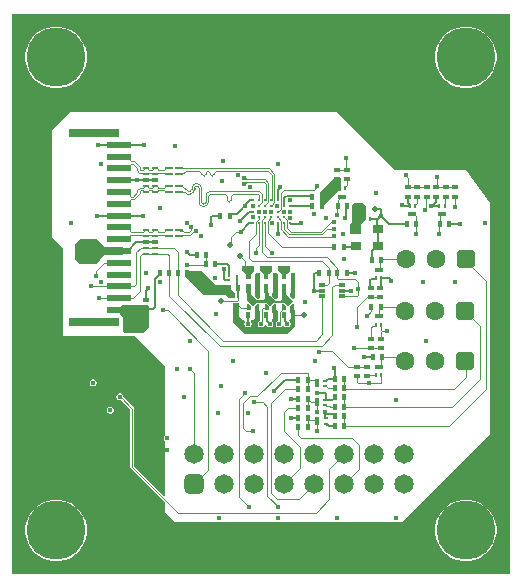
<source format=gtl>
G04*
G04 #@! TF.GenerationSoftware,Altium Limited,Altium Designer,24.2.2 (26)*
G04*
G04 Layer_Physical_Order=1*
G04 Layer_Color=255*
%FSLAX44Y44*%
%MOMM*%
G71*
G04*
G04 #@! TF.SameCoordinates,6EDC250C-81D3-48BC-95F6-F0A130F5604E*
G04*
G04*
G04 #@! TF.FilePolarity,Positive*
G04*
G01*
G75*
%ADD10C,0.1000*%
%ADD12C,0.2000*%
%ADD17C,0.2000*%
%ADD18R,0.9000X0.8000*%
%ADD19R,0.5000X0.2500*%
%ADD20R,0.5000X0.4500*%
%ADD21R,0.7500X0.2500*%
%ADD22R,2.0000X0.6000*%
%ADD23R,4.2000X0.7000*%
%ADD24R,0.3800X0.4800*%
%ADD25R,0.4800X0.3800*%
%ADD26R,0.5000X0.3750*%
%ADD49C,0.1168*%
%ADD50C,0.5000*%
G04:AMPARAMS|DCode=51|XSize=0.25mm|YSize=0.4mm|CornerRadius=0.0625mm|HoleSize=0mm|Usage=FLASHONLY|Rotation=180.000|XOffset=0mm|YOffset=0mm|HoleType=Round|Shape=RoundedRectangle|*
%AMROUNDEDRECTD51*
21,1,0.2500,0.2750,0,0,180.0*
21,1,0.1250,0.4000,0,0,180.0*
1,1,0.1250,-0.0625,0.1375*
1,1,0.1250,0.0625,0.1375*
1,1,0.1250,0.0625,-0.1375*
1,1,0.1250,-0.0625,-0.1375*
%
%ADD51ROUNDEDRECTD51*%
G04:AMPARAMS|DCode=52|XSize=0.4mm|YSize=0.7mm|CornerRadius=0.1mm|HoleSize=0mm|Usage=FLASHONLY|Rotation=90.000|XOffset=0mm|YOffset=0mm|HoleType=Round|Shape=RoundedRectangle|*
%AMROUNDEDRECTD52*
21,1,0.4000,0.5000,0,0,90.0*
21,1,0.2000,0.7000,0,0,90.0*
1,1,0.2000,0.2500,0.1000*
1,1,0.2000,0.2500,-0.1000*
1,1,0.2000,-0.2500,-0.1000*
1,1,0.2000,-0.2500,0.1000*
%
%ADD52ROUNDEDRECTD52*%
G04:AMPARAMS|DCode=53|XSize=0.4mm|YSize=0.7mm|CornerRadius=0.1mm|HoleSize=0mm|Usage=FLASHONLY|Rotation=180.000|XOffset=0mm|YOffset=0mm|HoleType=Round|Shape=RoundedRectangle|*
%AMROUNDEDRECTD53*
21,1,0.4000,0.5000,0,0,180.0*
21,1,0.2000,0.7000,0,0,180.0*
1,1,0.2000,-0.1000,0.2500*
1,1,0.2000,0.1000,0.2500*
1,1,0.2000,0.1000,-0.2500*
1,1,0.2000,-0.1000,-0.2500*
%
%ADD53ROUNDEDRECTD53*%
G04:AMPARAMS|DCode=54|XSize=0.25mm|YSize=0.4mm|CornerRadius=0.0625mm|HoleSize=0mm|Usage=FLASHONLY|Rotation=270.000|XOffset=0mm|YOffset=0mm|HoleType=Round|Shape=RoundedRectangle|*
%AMROUNDEDRECTD54*
21,1,0.2500,0.2750,0,0,270.0*
21,1,0.1250,0.4000,0,0,270.0*
1,1,0.1250,-0.1375,-0.0625*
1,1,0.1250,-0.1375,0.0625*
1,1,0.1250,0.1375,0.0625*
1,1,0.1250,0.1375,-0.0625*
%
%ADD54ROUNDEDRECTD54*%
%AMCUSTOMSHAPE55*
4,1,5,0.1550,0.1400,-0.1550,0.1400,-0.1550,-0.1349,0.0301,-0.3200,0.1550,-0.3200,0.1550,0.1400,0.0*%
%ADD55CUSTOMSHAPE55*%

%AMCUSTOMSHAPE56*
4,1,5,0.1550,-0.1400,-0.1550,-0.1400,-0.1550,0.1349,0.0301,0.3200,0.1550,0.3200,0.1550,-0.1400,0.0*%
%ADD56CUSTOMSHAPE56*%

%AMCUSTOMSHAPE57*
4,1,5,-0.1550,0.1400,0.1550,0.1400,0.1550,-0.1349,-0.0301,-0.3200,-0.1550,-0.3200,-0.1550,0.1400,0.0*%
%ADD57CUSTOMSHAPE57*%

%AMCUSTOMSHAPE58*
4,1,5,-0.1550,-0.1400,0.1550,-0.1400,0.1550,0.1349,-0.0301,0.3200,-0.1550,0.3200,-0.1550,-0.1400,0.0*%
%ADD58CUSTOMSHAPE58*%

%ADD59P,0.8202X4X360.0*%
%ADD60R,0.1500X0.2500*%
%ADD61R,0.2500X0.1500*%
%ADD62R,0.2500X0.5000*%
%ADD63R,0.2700X0.3000*%
%ADD64C,0.1500*%
G04:AMPARAMS|DCode=65|XSize=1.6mm|YSize=1.6mm|CornerRadius=0.4mm|HoleSize=0mm|Usage=FLASHONLY|Rotation=180.000|XOffset=0mm|YOffset=0mm|HoleType=Round|Shape=RoundedRectangle|*
%AMROUNDEDRECTD65*
21,1,1.6000,0.8000,0,0,180.0*
21,1,0.8000,1.6000,0,0,180.0*
1,1,0.8000,-0.4000,0.4000*
1,1,0.8000,0.4000,0.4000*
1,1,0.8000,0.4000,-0.4000*
1,1,0.8000,-0.4000,-0.4000*
%
%ADD65ROUNDEDRECTD65*%
%ADD66C,1.6000*%
%ADD67C,1.6500*%
G04:AMPARAMS|DCode=68|XSize=1.65mm|YSize=1.65mm|CornerRadius=0.4125mm|HoleSize=0mm|Usage=FLASHONLY|Rotation=180.000|XOffset=0mm|YOffset=0mm|HoleType=Round|Shape=RoundedRectangle|*
%AMROUNDEDRECTD68*
21,1,1.6500,0.8250,0,0,180.0*
21,1,0.8250,1.6500,0,0,180.0*
1,1,0.8250,-0.4125,0.4125*
1,1,0.8250,0.4125,0.4125*
1,1,0.8250,0.4125,-0.4125*
1,1,0.8250,-0.4125,-0.4125*
%
%ADD68ROUNDEDRECTD68*%
%ADD69C,5.0000*%
%ADD70C,0.4000*%
G36*
X423941Y215933D02*
Y3059D01*
X3059D01*
X3059Y288000D01*
Y477441D01*
X423941D01*
Y215933D01*
D02*
G37*
%LPC*%
G36*
X389561Y466500D02*
X384439D01*
X379416Y465501D01*
X374684Y463541D01*
X370426Y460695D01*
X366805Y457074D01*
X363959Y452816D01*
X361999Y448084D01*
X361000Y443061D01*
Y437939D01*
X361999Y432916D01*
X363959Y428184D01*
X366805Y423926D01*
X370426Y420304D01*
X374684Y417459D01*
X379416Y415499D01*
X384439Y414500D01*
X389561D01*
X394584Y415499D01*
X399316Y417459D01*
X403574Y420304D01*
X407196Y423926D01*
X410041Y428184D01*
X412001Y432916D01*
X413000Y437939D01*
Y443061D01*
X412001Y448084D01*
X410041Y452816D01*
X407196Y457074D01*
X403574Y460695D01*
X399316Y463541D01*
X394584Y465501D01*
X389561Y466500D01*
D02*
G37*
G36*
X42561D02*
X37439D01*
X32416Y465501D01*
X27684Y463541D01*
X23426Y460695D01*
X19805Y457074D01*
X16959Y452816D01*
X14999Y448084D01*
X14000Y443061D01*
Y437939D01*
X14999Y432916D01*
X16959Y428184D01*
X19805Y423926D01*
X23426Y420304D01*
X27684Y417459D01*
X32416Y415499D01*
X37439Y414500D01*
X42561D01*
X47584Y415499D01*
X52316Y417459D01*
X56574Y420304D01*
X60195Y423926D01*
X63041Y428184D01*
X65001Y432916D01*
X66000Y437939D01*
Y443061D01*
X65001Y448084D01*
X63041Y452816D01*
X60195Y457074D01*
X56574Y460695D01*
X52316Y463541D01*
X47584Y465501D01*
X42561Y466500D01*
D02*
G37*
G36*
X72097Y168000D02*
X70903D01*
X69801Y167543D01*
X68957Y166699D01*
X68500Y165597D01*
Y164403D01*
X68957Y163301D01*
X69801Y162457D01*
X70903Y162000D01*
X72097D01*
X73199Y162457D01*
X74043Y163301D01*
X74500Y164403D01*
Y165597D01*
X74043Y166699D01*
X73199Y167543D01*
X72097Y168000D01*
D02*
G37*
G36*
X86597Y144500D02*
X85403D01*
X84301Y144043D01*
X83457Y143199D01*
X83000Y142097D01*
Y140903D01*
X83457Y139801D01*
X84301Y138957D01*
X85403Y138500D01*
X86597D01*
X87699Y138957D01*
X88543Y139801D01*
X89000Y140903D01*
Y142097D01*
X88543Y143199D01*
X87699Y144043D01*
X86597Y144500D01*
D02*
G37*
G36*
X277500Y394000D02*
X51500D01*
X36500Y379000D01*
Y288000D01*
X45500Y279000D01*
Y204500D01*
X106454D01*
X132500Y178454D01*
Y120626D01*
X132301Y120543D01*
X131457Y119699D01*
X131000Y118597D01*
Y117403D01*
X131457Y116301D01*
X132301Y115457D01*
X132500Y115374D01*
Y68296D01*
X106124Y94672D01*
Y143000D01*
X105648Y144148D01*
X96782Y153014D01*
Y153709D01*
X96325Y154811D01*
X95482Y155655D01*
X94379Y156112D01*
X93185D01*
X92083Y155655D01*
X91239Y154811D01*
X90782Y153709D01*
Y152515D01*
X91239Y151413D01*
X92083Y150569D01*
X93185Y150112D01*
X94379D01*
X94883Y150321D01*
X102876Y142327D01*
Y94000D01*
X103352Y92852D01*
X132500Y63704D01*
Y55000D01*
X140700Y46800D01*
X332800D01*
X407500Y121500D01*
Y215933D01*
Y317200D01*
X386867Y345000D01*
X326500D01*
X277500Y394000D01*
D02*
G37*
G36*
X389561Y66000D02*
X384439D01*
X379416Y65001D01*
X374684Y63041D01*
X370426Y60195D01*
X366805Y56574D01*
X363959Y52316D01*
X361999Y47584D01*
X361000Y42561D01*
Y37439D01*
X361999Y32416D01*
X363959Y27684D01*
X366805Y23426D01*
X370426Y19805D01*
X374684Y16959D01*
X379416Y14999D01*
X384439Y14000D01*
X389561D01*
X394584Y14999D01*
X399316Y16959D01*
X403574Y19805D01*
X407196Y23426D01*
X410041Y27684D01*
X412001Y32416D01*
X413000Y37439D01*
Y42561D01*
X412001Y47584D01*
X410041Y52316D01*
X407196Y56574D01*
X403574Y60195D01*
X399316Y63041D01*
X394584Y65001D01*
X389561Y66000D01*
D02*
G37*
G36*
X42561D02*
X37439D01*
X32416Y65001D01*
X27684Y63041D01*
X23426Y60195D01*
X19805Y56574D01*
X16959Y52316D01*
X14999Y47584D01*
X14000Y42561D01*
Y37439D01*
X14999Y32416D01*
X16959Y27684D01*
X19805Y23426D01*
X23426Y19805D01*
X27684Y16959D01*
X32416Y14999D01*
X37439Y14000D01*
X42561D01*
X47584Y14999D01*
X52316Y16959D01*
X56574Y19805D01*
X60195Y23426D01*
X63041Y27684D01*
X65001Y32416D01*
X66000Y37439D01*
Y42561D01*
X65001Y47584D01*
X63041Y52316D01*
X60195Y56574D01*
X56574Y60195D01*
X52316Y63041D01*
X47584Y65001D01*
X42561Y66000D01*
D02*
G37*
%LPD*%
G36*
X281000Y338325D02*
X281000Y327946D01*
X280566Y327512D01*
X279012D01*
X266850Y315350D01*
Y312100D01*
X263050D01*
Y326628D01*
X275872Y339450D01*
X279875D01*
X281000Y338325D01*
D02*
G37*
G36*
X302000Y313875D02*
Y302500D01*
X298500Y299000D01*
Y291500D01*
X298000Y291000D01*
X289000D01*
Y299500D01*
X290500Y301000D01*
Y315500D01*
X292000Y317000D01*
X299500D01*
X302000Y313875D01*
D02*
G37*
G36*
X81000Y279500D02*
X97000D01*
Y273500D01*
X81000Y273500D01*
X75000Y265500D01*
X60000D01*
X56000Y269500D01*
Y282500D01*
X60000Y286500D01*
X75000D01*
X81000Y279500D01*
D02*
G37*
G36*
X222664Y259948D02*
X220168Y257452D01*
X219718D01*
Y252652D01*
X215992D01*
X215918Y252726D01*
Y257452D01*
X215464Y257452D01*
X212664Y260253D01*
Y264140D01*
X222664D01*
Y259948D01*
D02*
G37*
G36*
X237646Y259896D02*
X235150Y257400D01*
X234700D01*
Y252600D01*
X230974D01*
X230900Y252674D01*
Y257400D01*
X230446Y257400D01*
X227646Y260200D01*
Y264088D01*
X237646D01*
Y259896D01*
D02*
G37*
G36*
X207632Y259881D02*
X205136Y257385D01*
X204686D01*
Y252585D01*
X200960D01*
X200886Y252659D01*
Y257385D01*
X200432Y257385D01*
X197632Y260185D01*
Y264072D01*
X207632D01*
Y259881D01*
D02*
G37*
G36*
X175000Y248000D02*
X188000D01*
Y244000D01*
X191595Y240405D01*
Y236500D01*
X186000D01*
X183500Y239000D01*
X165000D01*
X149000Y255000D01*
X149000Y260000D01*
X163000D01*
X175000Y248000D01*
D02*
G37*
G36*
X242600Y257400D02*
Y237655D01*
X241238Y236293D01*
X240051D01*
X238232Y238112D01*
Y240893D01*
X238221Y240903D01*
X238800Y241482D01*
X238800Y257400D01*
X242600Y257400D01*
D02*
G37*
G36*
X227600D02*
Y237655D01*
X226238Y236293D01*
X225051D01*
X223232Y238112D01*
Y240893D01*
X223221Y240903D01*
X223800Y241482D01*
X223800Y257400D01*
X227600Y257400D01*
D02*
G37*
G36*
X212600Y257400D02*
Y237655D01*
X211238Y236293D01*
X210051D01*
X208232Y238112D01*
Y240893D01*
X208221Y240903D01*
X208800Y241482D01*
X208800Y257400D01*
X212600Y257400D01*
D02*
G37*
G36*
X234789Y239792D02*
X240585Y233996D01*
X239685Y233096D01*
X236798Y230270D01*
X236493Y229905D01*
X233613Y232785D01*
X232959D01*
X232949Y232789D01*
X231700D01*
X231690Y232785D01*
X226310D01*
X226300Y232789D01*
X226039D01*
X225056Y232813D01*
X225043Y232808D01*
X225030Y232813D01*
X224963Y232785D01*
X224369D01*
X221494Y229910D01*
X218619Y232785D01*
X217959D01*
X217949Y232789D01*
X216700D01*
X216690Y232785D01*
X211310D01*
X211300Y232789D01*
X210051D01*
X210041Y232785D01*
X209376D01*
X206495Y229904D01*
X201700Y234699D01*
Y240893D01*
X200900Y241693D01*
X200900Y248400D01*
X204803D01*
Y239798D01*
X209597Y235005D01*
X215516D01*
X216700Y236189D01*
Y240928D01*
X215906Y241722D01*
Y248395D01*
X219806D01*
Y239806D01*
X221543Y238070D01*
X221582D01*
Y238031D01*
X225063Y234550D01*
X229957D01*
X231700Y236293D01*
Y242881D01*
X230900Y243681D01*
Y248400D01*
X234789D01*
Y239792D01*
D02*
G37*
G36*
X118500Y229500D02*
Y212000D01*
X114000Y207500D01*
X98000D01*
X96500Y209000D01*
Y220500D01*
X94500Y223500D01*
Y229500D01*
X97000Y230500D01*
X117500D01*
X118500Y229500D01*
D02*
G37*
G36*
X195256Y220807D02*
X198052Y218011D01*
X199472D01*
X199998Y216740D01*
X199957Y216699D01*
X199500Y215597D01*
Y214403D01*
X199957Y213301D01*
X200801Y212457D01*
X201903Y212000D01*
X203097D01*
X204199Y212457D01*
X205043Y213301D01*
X205500Y214403D01*
Y215597D01*
X205043Y216699D01*
X205002Y216740D01*
X205445Y218011D01*
X207230D01*
X208800Y219580D01*
Y226508D01*
X208200Y227108D01*
Y229866D01*
X210030Y231696D01*
X211300Y231666D01*
Y227118D01*
X212476Y225941D01*
Y217682D01*
X212142Y217543D01*
X211298Y216699D01*
X210842Y215597D01*
Y214403D01*
X211298Y213301D01*
X212142Y212457D01*
X213245Y212000D01*
X214438D01*
X215541Y212457D01*
X216385Y213301D01*
X216786Y214269D01*
X217421Y214339D01*
X218056Y214269D01*
X218457Y213301D01*
X219301Y212457D01*
X220403Y212000D01*
X221597D01*
X222699Y212457D01*
X223543Y213301D01*
X224000Y214403D01*
Y215597D01*
X223543Y216699D01*
X223211Y217032D01*
X222753Y217668D01*
X223200Y218703D01*
X223800Y219303D01*
Y224411D01*
X223200Y225011D01*
X223200Y229901D01*
X225030Y231731D01*
X226300Y231701D01*
Y227152D01*
X227579Y225873D01*
Y219611D01*
X227777Y219414D01*
Y217740D01*
X227301Y217543D01*
X226457Y216699D01*
X226000Y215597D01*
Y214403D01*
X226457Y213301D01*
X227301Y212457D01*
X228403Y212000D01*
X229597D01*
X230699Y212457D01*
X231543Y213301D01*
X231563Y213347D01*
X232937D01*
X232957Y213301D01*
X233801Y212457D01*
X234903Y212000D01*
X236097D01*
X237199Y212457D01*
X238043Y213301D01*
X238500Y214403D01*
Y215597D01*
X238043Y216699D01*
X237774Y216968D01*
X237341Y217788D01*
X237808Y218594D01*
X238824Y219611D01*
X238814Y219621D01*
Y224391D01*
X238200Y225007D01*
Y229866D01*
X240030Y231696D01*
X241300Y231666D01*
Y227118D01*
X242600Y225818D01*
Y213216D01*
X235940Y206557D01*
X200277Y206557D01*
X190190Y216644D01*
Y232507D01*
X195256D01*
Y220807D01*
D02*
G37*
D10*
X235400Y296138D02*
X238538Y293000D01*
X227600Y309700D02*
X230400Y312500D01*
Y325866D01*
X227600Y309700D02*
X227854D01*
X230400Y325866D02*
X233034Y328500D01*
X227854Y309700D02*
X228007Y309547D01*
X235400Y296138D02*
Y302400D01*
X232900Y304900D02*
X235400Y302400D01*
X187765Y282265D02*
Y288265D01*
X192039Y292539D02*
X196340D01*
X187765Y288265D02*
X192039Y292539D01*
X187000Y281500D02*
X187765Y282265D01*
X156448Y173552D02*
Y173552D01*
X156882Y104518D02*
Y173118D01*
X153500Y176500D02*
X156448Y173552D01*
Y173552D02*
X156882Y173118D01*
X259987Y55000D02*
X271387Y66400D01*
X143500Y55000D02*
X259987D01*
X104500Y94000D02*
X143500Y55000D01*
X195000Y68000D02*
X203500Y59500D01*
X195000Y68000D02*
Y150975D01*
X219000Y68942D02*
X228378Y59565D01*
Y59565D02*
Y59565D01*
X219000Y68942D02*
Y144500D01*
X222000Y71500D02*
X227100Y66400D01*
X245800D01*
X258500Y79100D01*
X222000Y147500D02*
X234100Y159600D01*
X222000Y71500D02*
Y147500D01*
X246500Y92500D02*
Y110500D01*
X233100Y79100D02*
X246500Y92500D01*
X233000Y124000D02*
Y140500D01*
Y124000D02*
X246500Y110500D01*
X271387Y66400D02*
Y91987D01*
X283900Y104500D01*
Y79100D02*
X296500Y91700D01*
X290606Y118500D02*
X296500Y112606D01*
Y91700D02*
Y112606D01*
X247150Y118500D02*
X290606D01*
X134500Y226500D02*
X169000Y192000D01*
Y91200D02*
Y192000D01*
X156900Y79100D02*
X169000Y91200D01*
X352000Y311500D02*
Y312300D01*
X353286Y313586D01*
Y321886D01*
X354000Y322600D01*
X209500Y275000D02*
Y279383D01*
Y274500D02*
Y275000D01*
X219499Y291687D02*
Y299063D01*
X219500Y299065D02*
Y301136D01*
X219499Y301137D02*
X219500Y301136D01*
X219499Y291687D02*
X231186Y280000D01*
X219499Y302099D02*
X222300Y304900D01*
X219499Y301137D02*
Y302099D01*
Y299063D02*
X219500Y299065D01*
X199500Y262000D02*
X200000Y262500D01*
Y268000D01*
X195500Y272500D02*
X200000Y268000D01*
X229400Y214900D02*
Y225021D01*
X229000Y214500D02*
X229400Y214900D01*
X213841Y215031D02*
X214100Y215289D01*
Y227600D01*
X215007Y228507D01*
X218250D01*
X260000Y200500D02*
X265500Y206000D01*
X143050Y238950D02*
X181500Y200500D01*
X260000D01*
X229400Y225021D02*
X232886Y228507D01*
X233250D01*
X81000Y266500D02*
X93500D01*
X74000Y259500D02*
X81000Y266500D01*
X207500Y148500D02*
X215000D01*
X219000Y144500D01*
X252900Y167600D02*
Y172914D01*
X252314Y173500D02*
X252900Y172914D01*
X230500Y173500D02*
X252314D01*
X210500Y153500D02*
X227500Y170500D01*
Y170500D02*
X230500Y173500D01*
X198500Y147500D02*
X204500Y153500D01*
X210500D01*
X195000Y150975D02*
X199908Y155883D01*
X198500Y126500D02*
X200500Y124500D01*
X198500Y126500D02*
Y147500D01*
X200500Y124500D02*
X206500D01*
X234100Y159600D02*
X245000D01*
X233000Y140500D02*
X236000Y143500D01*
X262500Y191000D02*
X263000Y191500D01*
X274000D01*
X287050Y178450D01*
X274000Y205000D02*
Y246000D01*
X178500Y196000D02*
X265000D01*
X274000Y205000D01*
X261000Y124500D02*
X261100Y124600D01*
Y132400D02*
X261200Y132500D01*
X261100Y124600D02*
Y132400D01*
X294500Y212000D02*
Y229242D01*
X302858Y237600D01*
X287050Y178450D02*
X295000D01*
X303000D01*
X180000Y234500D02*
X193589D01*
X194175Y235086D01*
Y237470D01*
X194425Y237720D01*
X143050Y238950D02*
Y257500D01*
X135900Y238600D02*
Y257500D01*
Y238600D02*
X178500Y196000D01*
X130500Y226500D02*
X134500D01*
X292000Y194500D02*
X315000D01*
X295000Y165379D02*
X295879Y164500D01*
X305000D01*
X315250Y165086D02*
Y171250D01*
X314664Y164500D02*
X315250Y165086D01*
X305000Y164500D02*
X314664D01*
X283900Y160500D02*
Y168500D01*
X285062Y159339D02*
X376839D01*
X283900Y160500D02*
X285062Y159339D01*
X376839D02*
X387000Y169500D01*
X259079Y167600D02*
X260950Y165730D01*
X252900Y167600D02*
X259079D01*
X94000Y153500D02*
X104500Y143000D01*
Y94000D02*
Y143000D01*
X362000Y330450D02*
X378000D01*
X285500Y346200D02*
Y355000D01*
Y346200D02*
X286250Y345450D01*
X270900Y249400D02*
Y258000D01*
X269500Y248000D02*
X270900Y249400D01*
X265500Y206000D02*
Y238000D01*
X344379Y300071D02*
X345000Y299450D01*
Y291000D02*
Y299450D01*
X236633Y288696D02*
X275196D01*
X275500Y289000D01*
X269500Y295000D02*
X275500D01*
X264500Y293000D02*
X272500Y301000D01*
X238538Y293000D02*
X264500D01*
X272500Y301000D02*
X275500D01*
X265267Y290767D02*
X269500Y295000D01*
X237391Y290767D02*
X265267D01*
X269000Y271500D02*
X278050Y262450D01*
X214500Y275322D02*
X218322Y271500D01*
X269000D01*
X206000Y268000D02*
X265000D01*
X203000Y271000D02*
Y284916D01*
Y271000D02*
X206000Y268000D01*
X203000Y284916D02*
X208900Y290816D01*
X265000Y268000D02*
X270900Y262100D01*
X364500Y290500D02*
Y298950D01*
X365050Y299500D01*
X361000Y225500D02*
Y229559D01*
X296000Y244000D02*
Y250000D01*
X293000Y253000D02*
X296000Y250000D01*
Y239000D02*
Y244000D01*
X258000Y328500D02*
X261200Y331700D01*
X233034Y328500D02*
X258000D01*
X234823Y323323D02*
X235177D01*
X278000Y307000D02*
Y314200D01*
X278300Y314500D01*
X193925Y231220D02*
X196638Y228507D01*
X192675Y231220D02*
X193925D01*
X211700Y281583D02*
Y300100D01*
X209500Y279383D02*
X211700Y281583D01*
X208900Y290816D02*
Y300835D01*
X214500Y275322D02*
Y302400D01*
X217000Y281000D02*
X223000Y275000D01*
X278050Y258000D02*
Y262450D01*
X270900Y258000D02*
Y262100D01*
X278050Y253950D02*
Y258000D01*
X231186Y280000D02*
X275546D01*
X233091Y295066D02*
Y299909D01*
X230400Y294929D02*
X236633Y288696D01*
X233091Y295066D02*
X237391Y290767D01*
X230400Y294929D02*
Y302100D01*
X214500Y302400D02*
X217000Y304900D01*
X302858Y237600D02*
X306233D01*
X306233Y237600D01*
X232900Y300100D02*
X233091Y299909D01*
X217000Y281000D02*
Y300100D01*
X196638Y228507D02*
X203250D01*
X240700Y222000D02*
X249750D01*
X227600Y304900D02*
X230400Y302100D01*
X208900Y300835D02*
X211509Y303444D01*
X295000Y238000D02*
X296000Y239000D01*
X282500Y238000D02*
X295000D01*
X245000Y120650D02*
X247150Y118500D01*
X260975Y140525D02*
Y148225D01*
Y140525D02*
X261000Y140500D01*
X260950Y148250D02*
X260975Y148225D01*
X245000Y120650D02*
Y127500D01*
X236000Y143500D02*
X245000D01*
X252900Y133600D02*
X254300D01*
X260950Y164500D02*
Y165730D01*
X252900Y159600D02*
Y167600D01*
X252900Y143500D02*
Y151000D01*
X255650Y148250D01*
X260950D01*
X252900Y151000D02*
Y151500D01*
X260100Y133600D02*
X261200Y132500D01*
X254300Y133600D02*
X260100D01*
X252900Y127500D02*
Y133600D01*
Y135000D02*
X254300Y133600D01*
X252900Y135000D02*
Y135500D01*
X316129Y208669D02*
X320088D01*
X373000Y128500D02*
X404000Y159500D01*
X283950Y128500D02*
X373000D01*
X283900Y144500D02*
X375500D01*
X399000Y168000D01*
X378000Y313500D02*
Y322550D01*
X378000Y322550D02*
X378000Y322550D01*
X307050Y225550D02*
Y229500D01*
X303000Y221500D02*
X307050Y225550D01*
X295000Y165379D02*
Y170550D01*
X303700Y171250D02*
X310750D01*
X303000Y170550D02*
X303700Y171250D01*
X315415Y185965D02*
X315950Y186500D01*
X315415Y179712D02*
Y185965D01*
X313000Y178250D02*
X313953D01*
X315415Y179712D01*
X332730Y186370D02*
X335600Y183500D01*
X327514Y186500D02*
X327644Y186370D01*
X315950Y186500D02*
X327514D01*
X327644Y186370D02*
X332730D01*
X404000Y159500D02*
Y251500D01*
X384832Y270669D02*
X404000Y251500D01*
X387000Y169500D02*
Y182900D01*
X315000Y207540D02*
X316129Y208669D01*
X315000Y202400D02*
Y207540D01*
X314950Y229500D02*
X327541D01*
X314950Y229000D02*
Y229500D01*
X313000Y221250D02*
Y227050D01*
X314950Y229000D01*
X310750Y214151D02*
Y214250D01*
X308586Y213411D02*
X310009D01*
X307000Y211825D02*
X308586Y213411D01*
X310009D02*
X310750Y214151D01*
X307000Y202400D02*
Y211825D01*
X315250Y209548D02*
Y214250D01*
Y209548D02*
X316129Y208669D01*
X331541Y225500D02*
X335600D01*
X327541Y229500D02*
X331541Y225500D01*
X313000Y260250D02*
X314000Y261250D01*
Y268550D01*
X314950Y269500D02*
X336000D01*
X314000Y268550D02*
X314950Y269500D01*
X386400Y183500D02*
X387000Y182900D01*
X399000Y168000D02*
Y212900D01*
X283900Y128550D02*
Y136500D01*
Y128550D02*
X283950Y128500D01*
X268466Y145484D02*
X271450D01*
X272434Y144500D02*
X276000D01*
X267950Y146000D02*
X268466Y145484D01*
X271450D02*
X272434Y144500D01*
X283900Y144500D02*
X283900Y144500D01*
X283900Y144500D02*
Y152500D01*
X386400Y225500D02*
X399000Y212900D01*
X362000Y330450D02*
X362228Y330678D01*
X362000Y330450D02*
X362000Y330450D01*
X362228Y330678D02*
Y338925D01*
X338000Y330450D02*
X353950D01*
X336228Y340113D02*
X338000Y338340D01*
Y330450D02*
Y338340D01*
X336228Y340113D02*
Y340925D01*
X76000Y236500D02*
X93500D01*
X70000Y246500D02*
X93500D01*
X93500Y246500D01*
X106000D01*
X74000Y255500D02*
Y259500D01*
X136000Y257500D02*
Y272500D01*
X143050Y257500D02*
Y275450D01*
X166950Y265600D02*
Y273500D01*
Y265600D02*
X167050Y265500D01*
X151000Y264500D02*
X166050D01*
X167050Y265500D01*
X306233Y237600D02*
X314233D01*
X366512Y307500D02*
X366750D01*
X365050Y299500D02*
Y306038D01*
X366512Y307500D01*
X315000Y194500D02*
X315000Y194500D01*
X268768Y162250D02*
X270518Y160500D01*
X276000D01*
X267950Y162250D02*
X268768D01*
X303000Y178450D02*
X303000Y178450D01*
X344379Y300071D02*
Y306038D01*
X341750Y307500D02*
X342917D01*
X344379Y306038D01*
X369000Y321550D02*
X370000Y322550D01*
X369000Y314500D02*
Y321550D01*
X353950Y330450D02*
X354000Y330500D01*
X346000Y317318D02*
Y322550D01*
X344000Y314500D02*
Y315317D01*
X346000Y317318D01*
X278250Y345450D02*
X286250D01*
X139500Y279000D02*
X143050Y275450D01*
X124000Y279000D02*
X139500D01*
X279000Y253000D02*
X293000D01*
X274000Y246000D02*
X276000Y248000D01*
X124000Y274000D02*
X134500D01*
X136000Y272500D01*
X116000Y279000D02*
X124000D01*
X276000Y248000D02*
X282500D01*
X278050Y253950D02*
X279000Y253000D01*
X265500Y248000D02*
X269314D01*
X293000Y280000D02*
X293750Y280750D01*
X278300Y314500D02*
Y320029D01*
X280771Y322500D01*
X282000D01*
X284250Y330318D02*
X286250Y332318D01*
Y337550D01*
X284250Y329500D02*
Y330318D01*
X211509Y303444D02*
Y304709D01*
X116000Y274000D02*
X124000D01*
X93500Y236500D02*
X105000D01*
X111000Y242500D02*
Y272500D01*
X105000Y236500D02*
X111000Y242500D01*
X108000Y248500D02*
Y275500D01*
X106000Y246500D02*
X108000Y248500D01*
X112500Y274000D02*
X116000D01*
X111000Y272500D02*
X112500Y274000D01*
X108000Y275500D02*
X111500Y279000D01*
X116000D01*
X211509Y304709D02*
X211700Y304900D01*
D12*
X238200Y300100D02*
X238683Y299617D01*
X247117D01*
X247500Y300000D01*
X192993Y307696D02*
X204597Y319300D01*
X187850Y307696D02*
X192993D01*
X186950Y306500D02*
Y306796D01*
X187850Y307696D01*
X204597Y319300D02*
X206400D01*
X195500Y301500D02*
X203700Y309700D01*
X206400D01*
X238200Y314500D02*
X257050D01*
X218700Y217341D02*
Y220600D01*
X221000Y214500D02*
Y215041D01*
X218700Y217341D02*
X221000Y215041D01*
X232800Y221500D02*
X233700Y220600D01*
Y217341D02*
Y220600D01*
X235500Y215000D02*
Y215541D01*
X232800Y221500D02*
Y222000D01*
X233700Y217341D02*
X235500Y215541D01*
X217800Y221500D02*
Y222000D01*
Y221500D02*
X218700Y220600D01*
X202650Y215150D02*
Y221592D01*
X202929Y221871D01*
X202500Y215000D02*
X202650Y215150D01*
X196340Y292539D02*
Y292996D01*
X203444Y300100D01*
X206400D01*
X257050Y314500D02*
X257050Y314500D01*
D17*
X206400Y319300D02*
D03*
X211700D02*
D03*
X217000D02*
D03*
X222300D02*
D03*
X227600D02*
D03*
X238200D02*
D03*
X206400Y314500D02*
D03*
X211700D02*
D03*
X217000D02*
D03*
X222300D02*
D03*
X227600D02*
D03*
X232900D02*
D03*
X238200D02*
D03*
X206400Y309700D02*
D03*
X211700D02*
D03*
X217000D02*
D03*
X222300D02*
D03*
X227600D02*
D03*
X232900D02*
D03*
X238200D02*
D03*
X206400Y304900D02*
D03*
X211700D02*
D03*
X217000D02*
D03*
X222300D02*
D03*
X227600D02*
D03*
X232900D02*
D03*
X238200D02*
D03*
X206400Y300100D02*
D03*
X211700D02*
D03*
X217000D02*
D03*
X222300D02*
D03*
X227600D02*
D03*
X232900D02*
D03*
X238200D02*
D03*
D18*
X312250Y295250D02*
D03*
X293750D02*
D03*
Y280750D02*
D03*
X312250D02*
D03*
D19*
X192675Y231220D02*
D03*
X124000Y294000D02*
D03*
X124000Y289000D02*
D03*
Y279000D02*
D03*
X124000Y274000D02*
D03*
X116000D02*
D03*
Y279000D02*
D03*
Y289000D02*
D03*
Y294000D02*
D03*
X124000Y346500D02*
D03*
X124000Y341500D02*
D03*
Y331500D02*
D03*
X124000Y326500D02*
D03*
X116000D02*
D03*
Y331500D02*
D03*
Y341500D02*
D03*
Y346500D02*
D03*
D20*
X124000Y284000D02*
D03*
X116000D02*
D03*
X124000Y336500D02*
D03*
X116000D02*
D03*
D21*
X135500Y294000D02*
D03*
Y289000D02*
D03*
X144500Y294000D02*
D03*
Y289000D02*
D03*
X135421Y331521D02*
D03*
Y326521D02*
D03*
X144421Y331521D02*
D03*
Y326521D02*
D03*
X135494Y346482D02*
D03*
Y341482D02*
D03*
X144494Y346482D02*
D03*
Y341482D02*
D03*
D22*
X93500Y226500D02*
D03*
Y236500D02*
D03*
Y246500D02*
D03*
Y256500D02*
D03*
Y266500D02*
D03*
Y276500D02*
D03*
Y286500D02*
D03*
Y296500D02*
D03*
Y306500D02*
D03*
Y316500D02*
D03*
Y326500D02*
D03*
Y336500D02*
D03*
Y346500D02*
D03*
Y356500D02*
D03*
Y366500D02*
D03*
D23*
X72500Y216500D02*
D03*
Y376500D02*
D03*
D24*
X159050Y273500D02*
D03*
X166950D02*
D03*
X278050Y258000D02*
D03*
X285950D02*
D03*
X202800Y222000D02*
D03*
X210700D02*
D03*
X217800D02*
D03*
X225700D02*
D03*
X240700D02*
D03*
X232800D02*
D03*
X202800Y246000D02*
D03*
X210700D02*
D03*
X217800D02*
D03*
X225700D02*
D03*
X240700Y255000D02*
D03*
X232800D02*
D03*
X240700Y246000D02*
D03*
X232800D02*
D03*
X202800Y255000D02*
D03*
X210700D02*
D03*
X217800D02*
D03*
X225700D02*
D03*
X179050Y306500D02*
D03*
X186950D02*
D03*
X315450Y269000D02*
D03*
X307550D02*
D03*
X337050Y299500D02*
D03*
X344950D02*
D03*
X276000Y136500D02*
D03*
X283900D02*
D03*
X283950Y128500D02*
D03*
X276050D02*
D03*
X252900Y135500D02*
D03*
X245000D02*
D03*
X252900Y127500D02*
D03*
X245000D02*
D03*
X252900Y159600D02*
D03*
X245000D02*
D03*
X252900Y143500D02*
D03*
X245000D02*
D03*
X135900Y257500D02*
D03*
X128000D02*
D03*
X143050Y257500D02*
D03*
X150950D02*
D03*
X276000Y168500D02*
D03*
X283900D02*
D03*
X315950Y186500D02*
D03*
X308050D02*
D03*
X283900Y160500D02*
D03*
X276000D02*
D03*
X252900Y167600D02*
D03*
X245000D02*
D03*
X314950Y229500D02*
D03*
X307050D02*
D03*
X365050Y299500D02*
D03*
X372950D02*
D03*
X276000Y152500D02*
D03*
X283900D02*
D03*
X283900Y144500D02*
D03*
X276000D02*
D03*
X252900Y151500D02*
D03*
X245000D02*
D03*
X275546Y280000D02*
D03*
X283446D02*
D03*
X278300Y314500D02*
D03*
X286200D02*
D03*
X270900Y258000D02*
D03*
X263000D02*
D03*
X167050Y265500D02*
D03*
X174950D02*
D03*
X186050Y245500D02*
D03*
X193950D02*
D03*
X264950Y322500D02*
D03*
X257050D02*
D03*
X264950Y314500D02*
D03*
X257050D02*
D03*
D25*
X338000Y330450D02*
D03*
Y322550D02*
D03*
X346000Y322550D02*
D03*
Y330450D02*
D03*
X354000Y322600D02*
D03*
Y330500D02*
D03*
X314609Y245318D02*
D03*
Y237418D02*
D03*
X306233Y237420D02*
D03*
Y245320D02*
D03*
X295000Y170550D02*
D03*
Y178450D02*
D03*
X303000Y178450D02*
D03*
Y170550D02*
D03*
X378000Y330450D02*
D03*
Y322550D02*
D03*
X315000Y202400D02*
D03*
Y194500D02*
D03*
X362000Y322550D02*
D03*
Y330450D02*
D03*
X307000Y194500D02*
D03*
Y202400D02*
D03*
X370000Y330450D02*
D03*
Y322550D02*
D03*
X278250Y337550D02*
D03*
Y345450D02*
D03*
X286250Y345450D02*
D03*
Y337550D02*
D03*
X116000Y235450D02*
D03*
Y227550D02*
D03*
D26*
X265500Y248000D02*
D03*
Y243000D02*
D03*
Y238000D02*
D03*
X282500D02*
D03*
Y243000D02*
D03*
Y248000D02*
D03*
D49*
X190334Y324762D02*
G03*
X188500Y322928I0J-1834D01*
G01*
X186666Y318092D02*
G03*
X188500Y319925I0J1834D01*
G01*
X184832D02*
G03*
X186666Y318092I1834J0D01*
G01*
X184832Y322928D02*
G03*
X182998Y324762I-1834J0D01*
G01*
X170765Y324762D02*
G03*
X168930Y322928I0J-1834D01*
G01*
X160886Y318101D02*
G03*
X168930Y318101I4022J0D01*
G01*
X160886Y329663D02*
G03*
X157219Y329663I-1834J0D01*
G01*
X153197Y324762D02*
G03*
X157219Y328784I0J4022D01*
G01*
X170765Y326950D02*
G03*
X166742Y322928I0J-4022D01*
G01*
X163074Y318101D02*
G03*
X166742Y318101I1834J0D01*
G01*
X163074Y329663D02*
G03*
X155031Y329663I-4022J0D01*
G01*
X153197Y326950D02*
G03*
X155031Y328784I0J1834D01*
G01*
X175924Y344294D02*
G03*
X174090Y342460I0J-1834D01*
G01*
X172256Y339976D02*
G03*
X174090Y341810I0J1834D01*
G01*
X170422D02*
G03*
X172256Y339976I1834J0D01*
G01*
X170422Y342460D02*
G03*
X168588Y344294I-1834J0D01*
G01*
X168588D02*
G03*
X166754Y342460I0J-1834D01*
G01*
X164920Y339976D02*
G03*
X166754Y341810I0J1834D01*
G01*
X163086D02*
G03*
X164920Y339976I1834J0D01*
G01*
X163086Y342460D02*
G03*
X161252Y344294I-1834J0D01*
G01*
X190334Y324762D02*
X196870D01*
X188500Y319925D02*
Y322928D01*
X186666Y318092D02*
X186666D01*
X184832Y319925D02*
Y322928D01*
X178746Y324762D02*
X182998D01*
X178694D02*
X178746D01*
X196870D02*
X211114D01*
X178694Y326950D02*
X212020D01*
X178694Y324762D02*
Y324762D01*
X170765Y324762D02*
X178694D01*
X168930Y318101D02*
Y322928D01*
X160886Y318101D02*
Y329663D01*
X157219Y328784D02*
Y329663D01*
X151518Y324762D02*
X153197D01*
X151518D02*
Y324762D01*
X170765Y326950D02*
X178694D01*
X166742Y318101D02*
Y322928D01*
X163074Y318101D02*
Y329663D01*
X155031Y328784D02*
Y329663D01*
X151518Y326950D02*
X153197D01*
X150585Y324762D02*
X151518D01*
X151491Y326950D02*
X151518D01*
X144618Y326324D02*
X149023D01*
X150585Y324762D01*
X146921Y331521D02*
X151491Y326950D01*
X144421Y326521D02*
X144618Y326324D01*
X144421Y331521D02*
X146921D01*
X214284Y318230D02*
Y324686D01*
X212096Y320284D02*
Y323780D01*
X211114Y324762D02*
X212096Y323780D01*
X212020Y326950D02*
X214284Y324686D01*
X211859Y320047D02*
X212096Y320284D01*
X211700Y319300D02*
X211859Y319459D01*
Y320047D01*
X199852Y338498D02*
X201257Y337093D01*
X201100Y334905D02*
X215844D01*
X199695Y333500D02*
X201100Y334905D01*
X199000Y333500D02*
X199695D01*
X199156Y338498D02*
X199852D01*
X201257Y337093D02*
X216750D01*
X219716Y334127D01*
X175924Y344294D02*
X180071D01*
X174090Y341810D02*
Y342460D01*
X172256Y339976D02*
X172256D01*
X170422Y341810D02*
Y342460D01*
X168588Y344294D02*
X168588D01*
X166754Y341810D02*
Y342460D01*
X164920Y339976D02*
X164920D01*
X163086Y341810D02*
Y342460D01*
X157000Y344294D02*
X161252D01*
X180071D02*
X219023D01*
X170199Y346482D02*
X201279D01*
X219929D01*
X224884Y341527D01*
X144494Y346482D02*
X170199D01*
X158258Y293150D02*
X158340Y293231D01*
X156375Y293150D02*
X158258D01*
X154416Y296330D02*
X154565Y296181D01*
Y294434D02*
Y296181D01*
X217000Y319525D02*
X217528Y320053D01*
Y333221D01*
X217159Y315805D02*
X219716Y318362D01*
Y334127D01*
X217159Y314659D02*
Y315805D01*
X217000Y314500D02*
X217159Y314659D01*
X149806Y344294D02*
X157000D01*
X219023D02*
X222696Y340621D01*
X146994Y341482D02*
X149806Y344294D01*
X153632Y290406D02*
X156375Y293150D01*
X148350Y290406D02*
X153632D01*
X147666Y289722D02*
X148350Y290406D01*
X147666Y289666D02*
Y289722D01*
X144500Y289000D02*
X145166Y289666D01*
X147666D01*
X215844Y334905D02*
X217528Y333221D01*
X217000Y319300D02*
Y319525D01*
X152725Y292594D02*
X154565Y294434D01*
X148350Y292594D02*
X152725D01*
X147666Y293278D02*
X148350Y292594D01*
X145166Y293334D02*
X147666D01*
X144500Y294000D02*
X145166Y293334D01*
X147666Y293278D02*
Y293334D01*
X211859Y315805D02*
X214284Y318230D01*
X224884D02*
Y341527D01*
X222696Y320284D02*
Y340621D01*
X222459Y320047D02*
X222696Y320284D01*
X222459Y315805D02*
X224884Y318230D01*
X222459Y319459D02*
Y320047D01*
X222300Y319300D02*
X222459Y319459D01*
X211700Y314500D02*
X211859Y314659D01*
Y315805D01*
X222459Y314659D02*
Y315805D01*
X222300Y314500D02*
X222459Y314659D01*
X144494Y341482D02*
X146994D01*
X122723Y294000D02*
X123973D01*
X122057Y293334D02*
X122723Y294000D01*
X117223D02*
X117889Y293334D01*
X115973Y294000D02*
X117223D01*
X117889Y293278D02*
Y293334D01*
X121373Y292594D02*
X122057Y293278D01*
Y293334D01*
X117889Y293278D02*
X118573Y292594D01*
X121373D01*
X114057Y293334D02*
X114723Y294000D01*
X115973D01*
X114057Y293278D02*
Y293334D01*
X100500Y296500D02*
X102916Y294084D01*
X93500Y296500D02*
X100500D01*
X102916Y293278D02*
Y294084D01*
X113373Y292594D02*
X114057Y293278D01*
X105072Y292594D02*
X113373D01*
X105072Y292594D02*
X105072Y292594D01*
X102916Y293278D02*
X103600Y292594D01*
X105072D01*
X122057Y289666D02*
Y289722D01*
X121373Y290406D02*
X122057Y289722D01*
X118573Y290406D02*
X121373D01*
X117889Y289722D02*
X118573Y290406D01*
X117889Y289666D02*
Y289722D01*
X122723Y289000D02*
X123973D01*
X122057Y289666D02*
X122723Y289000D01*
X117223D02*
X117889Y289666D01*
X115973Y289000D02*
X117223D01*
X113373Y290406D02*
X114057Y289722D01*
X105978Y290406D02*
X113373D01*
X114057Y289666D02*
X114723Y289000D01*
X114057Y289666D02*
Y289722D01*
X105978Y290406D02*
X105978Y290406D01*
X102916Y289722D02*
X103600Y290406D01*
X105978D01*
X114723Y289000D02*
X115973D01*
X102916Y288916D02*
Y289722D01*
X100500Y286500D02*
X102916Y288916D01*
X93500Y286500D02*
X100500D01*
X123973Y294000D02*
X125223D01*
X125889Y293334D01*
Y293278D02*
X126573Y292594D01*
X133000Y294000D02*
X135500D01*
X123973Y289000D02*
X125223D01*
X125889Y289666D01*
X132334Y293334D02*
X133000Y294000D01*
X128642Y290406D02*
X131650D01*
X125889Y289722D02*
X126573Y290406D01*
X132334Y289666D02*
X133000Y289000D01*
X129549Y292594D02*
X131650D01*
X129549Y292594D02*
X129549Y292594D01*
X125889Y289666D02*
Y289722D01*
X131650Y292594D02*
X132334Y293278D01*
X133000Y289000D02*
X135500D01*
X132334Y293278D02*
Y293334D01*
X131650Y290406D02*
X132334Y289722D01*
Y289666D02*
Y289722D01*
X128642Y290406D02*
X128642Y290406D01*
X126573Y290406D02*
X128642D01*
X126573Y292594D02*
X129549D01*
X125889Y293278D02*
Y293334D01*
X122084Y330834D02*
X122750Y331500D01*
X117250D02*
X117916Y330834D01*
X122750Y331500D02*
X124000D01*
X121400Y330094D02*
X122084Y330778D01*
Y330834D01*
X117916Y330778D02*
Y330834D01*
X118600Y330094D02*
X121400D01*
X117916Y330778D02*
X118600Y330094D01*
X114084Y330834D02*
X114750Y331500D01*
X116000D02*
X117250D01*
X114750D02*
X116000D01*
X114084Y330778D02*
Y330834D01*
X113400Y330094D02*
X114084Y330778D01*
X110842Y330094D02*
X113400D01*
X108876Y328128D02*
X110842Y330094D01*
X108876Y326398D02*
Y328128D01*
X105072Y322594D02*
X108876Y326398D01*
X103600Y322594D02*
X105072D01*
X100500Y326500D02*
X102916Y324084D01*
X93500Y326500D02*
X100500D01*
X102916Y323278D02*
X103600Y322594D01*
X102916Y323278D02*
Y324084D01*
X122084Y327166D02*
Y327222D01*
X118600Y327906D02*
X121400D01*
X117916Y327222D02*
X118600Y327906D01*
X121400D02*
X122084Y327222D01*
X117916Y327166D02*
Y327222D01*
X122084Y327166D02*
X122750Y326500D01*
X117250D02*
X117916Y327166D01*
X122750Y326500D02*
X124000D01*
X116000D02*
X117250D01*
X114084Y327166D02*
Y327222D01*
X114750Y326500D02*
X116000D01*
X114084Y327166D02*
X114750Y326500D01*
X111748Y327906D02*
X113400D01*
X111064Y327222D02*
X111748Y327906D01*
X113400D02*
X114084Y327222D01*
X111064Y325492D02*
Y327222D01*
X105978Y320406D02*
X111064Y325492D01*
X102916Y319722D02*
X103600Y320406D01*
X105978D01*
X102916Y318916D02*
Y319722D01*
X100500Y316500D02*
X102916Y318916D01*
X93500Y316500D02*
X100500D01*
X132255Y330799D02*
Y330855D01*
X131570Y330115D02*
X132255Y330799D01*
X124000Y326500D02*
X125250D01*
X132255Y330855D02*
X132921Y331521D01*
X125250Y326500D02*
X125916Y327166D01*
X132921Y331521D02*
X135421D01*
X124000Y331500D02*
X125250D01*
X132255Y327187D02*
X132921Y326521D01*
X131570Y327927D02*
X132255Y327243D01*
Y327187D02*
Y327243D01*
X129533Y327927D02*
X131570D01*
X128627Y330115D02*
X131570D01*
X129512Y327906D02*
X129533Y327927D01*
X128606Y330094D02*
X128627Y330115D01*
X126600Y327906D02*
X129512D01*
X126600Y330094D02*
X128606D01*
X125916Y330778D02*
X126600Y330094D01*
X132921Y326521D02*
X135421D01*
X125916Y327166D02*
Y327222D01*
X126600Y327906D01*
X125916Y330778D02*
Y330834D01*
X125250Y331500D02*
X125916Y330834D01*
X122750Y346500D02*
X124000D01*
X116000D02*
X117250D01*
X114750D02*
X116000D01*
X122084Y345834D02*
X122750Y346500D01*
X117250D02*
X117916Y345834D01*
X122084Y345778D02*
Y345834D01*
X121400Y345094D02*
X122084Y345778D01*
X117916Y345778D02*
X118600Y345094D01*
X117916Y345778D02*
Y345834D01*
X118600Y345094D02*
X121400D01*
X102916Y353278D02*
X103600Y352594D01*
X105978D02*
X110732Y347840D01*
X103600Y352594D02*
X105978D01*
X100500Y356500D02*
X102916Y354084D01*
X93500Y356500D02*
X100500D01*
X102916Y353278D02*
Y354084D01*
X114084Y345834D02*
X114750Y346500D01*
X114084Y345778D02*
Y345834D01*
X113400Y345094D02*
X114084Y345778D01*
X110732D02*
X111416Y345094D01*
X110732Y345778D02*
Y347840D01*
X111416Y345094D02*
X113400D01*
X122084Y342166D02*
Y342222D01*
X118600Y342906D02*
X121400D01*
X117916Y342222D02*
X118600Y342906D01*
X121400D02*
X122084Y342222D01*
X117916Y342166D02*
Y342222D01*
X122084Y342166D02*
X122750Y341500D01*
X124000D01*
X103600Y350406D02*
X105072D01*
X108544Y346934D01*
Y344872D02*
X110510Y342906D01*
X108544Y344872D02*
Y346934D01*
X102916Y348916D02*
Y349722D01*
X103600Y350406D01*
X100500Y346500D02*
X102916Y348916D01*
X93500Y346500D02*
X100500D01*
X117250Y341500D02*
X117916Y342166D01*
X116000Y341500D02*
X117250D01*
X114750D02*
X116000D01*
X113400Y342906D02*
X114084Y342222D01*
X110510Y342906D02*
X113400D01*
X114084Y342166D02*
X114750Y341500D01*
X114084Y342166D02*
Y342222D01*
X124000Y346500D02*
X125250D01*
X125916Y345778D02*
Y345834D01*
X125250Y346500D02*
X125916Y345834D01*
X126600Y345094D02*
X129551D01*
X125916Y345778D02*
X126600Y345094D01*
X129551D02*
X129568Y345076D01*
X131644D01*
X132328Y345760D02*
Y345816D01*
Y342148D02*
X132994Y341482D01*
X132328Y342148D02*
Y342204D01*
X128662Y342888D02*
X131644D01*
X132994Y341482D02*
X135494D01*
X124000Y341500D02*
X125250D01*
X131644Y342888D02*
X132328Y342204D01*
X131644Y345076D02*
X132328Y345760D01*
X128644Y342906D02*
X128662Y342888D01*
X132994Y346482D02*
X135494D01*
X132328Y345816D02*
X132994Y346482D01*
X125916Y342222D02*
X126600Y342906D01*
X128644D01*
X125916Y342166D02*
Y342222D01*
X125250Y341500D02*
X125916Y342166D01*
D50*
X100527Y196750D02*
D03*
X313500Y365000D02*
D03*
X195500Y272500D02*
D03*
X187000Y281500D02*
D03*
X249750Y222000D02*
D03*
X310000Y312000D02*
D03*
X180000Y234500D02*
D03*
X111500Y150500D02*
D03*
X120000Y159000D02*
D03*
Y150500D02*
D03*
Y142000D02*
D03*
X128500Y150500D02*
D03*
D51*
X315250Y253250D02*
D03*
X310750D02*
D03*
Y171250D02*
D03*
X315250D02*
D03*
X310750Y214250D02*
D03*
X315250D02*
D03*
X284250Y329500D02*
D03*
X279750D02*
D03*
X339500Y314500D02*
D03*
X344000D02*
D03*
X369000Y314500D02*
D03*
X364500D02*
D03*
D52*
X313000Y260250D02*
D03*
Y178250D02*
D03*
Y221250D02*
D03*
X282000Y322500D02*
D03*
X341750Y307500D02*
D03*
X366750Y307500D02*
D03*
D53*
X260950Y148250D02*
D03*
X261200Y132500D02*
D03*
X260950Y164500D02*
D03*
D54*
X267950Y146000D02*
D03*
Y150500D02*
D03*
X268200Y130250D02*
D03*
Y134750D02*
D03*
X267950Y162250D02*
D03*
Y166750D02*
D03*
D55*
X239750Y239493D02*
D03*
X224750D02*
D03*
X209750D02*
D03*
D56*
X239750Y228507D02*
D03*
X224750D02*
D03*
X209750D02*
D03*
D57*
X233250Y239493D02*
D03*
X218250D02*
D03*
X203250D02*
D03*
D58*
X233250Y228507D02*
D03*
X218250D02*
D03*
X203250D02*
D03*
D59*
X236500Y234000D02*
D03*
X221500D02*
D03*
X206500D02*
D03*
D60*
X194425Y237720D02*
D03*
X190925D02*
D03*
D61*
X186750Y252250D02*
D03*
Y255750D02*
D03*
D62*
X193250Y254000D02*
D03*
D63*
X305500Y304000D02*
D03*
X300500D02*
D03*
D64*
X237604Y304996D02*
X238104D01*
X238200Y304900D01*
X238313Y304787D01*
Y304678D02*
Y304787D01*
X361500Y318319D02*
Y322050D01*
X358221Y315040D02*
X361500Y318319D01*
Y322050D02*
X362000Y322550D01*
X357718Y315040D02*
X358221D01*
X267950Y166750D02*
X268700D01*
X269950Y168000D01*
X276000D01*
X268700Y150500D02*
Y155235D01*
Y150500D02*
X273971D01*
X274321Y150850D02*
X274850D01*
X273971Y150500D02*
X274321Y150850D01*
X274850D02*
X276000Y152000D01*
Y152500D01*
X267950Y150500D02*
X268700D01*
X261386Y156114D02*
X267821D01*
X268700Y155235D01*
X153368Y273308D02*
X158858D01*
X151177Y275500D02*
X153368Y273308D01*
X150500Y275500D02*
X151177D01*
X158858Y273308D02*
X159050Y273500D01*
X74500Y306500D02*
X92500D01*
X92624Y306376D02*
X113855D01*
X93000Y316000D02*
X93124Y315876D01*
X75500Y366500D02*
X93500D01*
X93624Y366376D01*
X114855D02*
X114876D01*
X93624D02*
X114855D01*
X114876D02*
X115000Y366500D01*
X93500Y336500D02*
X124000D01*
X124000Y336500D01*
X275000Y176824D02*
Y177000D01*
X276000Y168500D02*
Y175823D01*
X275000Y176824D02*
X276000Y175823D01*
X293750Y295250D02*
Y303000D01*
X293000Y303500D02*
X293500Y303000D01*
X293000Y303500D02*
Y312000D01*
X234000Y167500D02*
X244900D01*
X224500Y158000D02*
X234000Y167500D01*
X238500Y151500D02*
X245000D01*
X245000Y151500D01*
X238500Y135500D02*
X245000D01*
X245000Y135500D01*
X244900Y167500D02*
X245000Y167600D01*
X182000Y253129D02*
Y261000D01*
Y253129D02*
X182879Y252250D01*
X186750D01*
Y255750D02*
Y263750D01*
X185000Y265500D02*
X186750Y263750D01*
X301000Y186500D02*
X308050D01*
X261000Y156500D02*
X261386Y156114D01*
X323324Y251500D02*
X324000D01*
X321573Y253250D02*
X323324Y251500D01*
X315250Y253250D02*
X321573D01*
X310500Y279500D02*
Y281000D01*
X307550Y269000D02*
Y276550D01*
X310500Y279500D01*
X314121Y312000D02*
X315000Y311121D01*
X310000Y312000D02*
X314121D01*
X315000Y306000D02*
Y311121D01*
X321500Y299500D02*
X337050D01*
X315000Y306000D02*
X321500Y299500D01*
X232900Y321400D02*
X234823Y323323D01*
X232900Y314500D02*
Y321400D01*
X256227Y323323D02*
X257050Y322500D01*
X235177Y323323D02*
X256227D01*
X229500Y330323D02*
Y331000D01*
X227600Y328424D02*
X229500Y330323D01*
X227600Y319300D02*
Y328424D01*
X284500Y305177D02*
X285714Y306391D01*
Y313514D01*
X284500Y304500D02*
Y305177D01*
X174950Y265500D02*
X185000D01*
X193600Y245500D02*
Y253150D01*
X194425Y237720D02*
Y245025D01*
X193950Y245500D02*
X194425Y245025D01*
X227600Y300100D02*
X227696Y300004D01*
Y290804D02*
X228000Y290500D01*
X227696Y290804D02*
Y300004D01*
X193250Y253500D02*
X193600Y253150D01*
X202800Y222000D02*
X202929Y221871D01*
X171000Y298500D02*
Y305318D01*
X172182Y306500D02*
X179050D01*
X171000Y305318D02*
X172182Y306500D01*
X293000Y280000D02*
X293000Y280000D01*
X283446Y280000D02*
X293000D01*
X372950Y299500D02*
X382000D01*
X372950Y299500D02*
X372950Y299500D01*
X258000Y243000D02*
Y257000D01*
X285500Y258000D02*
X285950D01*
X293000D01*
X282500Y243000D02*
X290000D01*
X267921Y140469D02*
X267950Y140440D01*
Y135000D02*
Y138732D01*
Y140440D01*
Y135000D02*
X268200Y134750D01*
X364500Y314500D02*
Y314540D01*
X357718Y315040D02*
X364000D01*
X364500Y314540D01*
X308050Y186500D02*
X308050Y186500D01*
X315250Y245959D02*
Y253250D01*
X314609Y245318D02*
X315250Y245959D01*
X306000Y245733D02*
Y251621D01*
X306879Y252500D02*
X310250D01*
X306000Y245733D02*
X306233Y245500D01*
X306000Y251621D02*
X306879Y252500D01*
X310750Y253000D02*
Y253250D01*
X310250Y252500D02*
X310750Y253000D01*
X307500Y268950D02*
X307550Y269000D01*
X293000Y258000D02*
X293250Y258250D01*
X274268Y138732D02*
X276000Y137000D01*
X267950Y138732D02*
X274268D01*
X276000Y136500D02*
Y137000D01*
X270700Y128500D02*
X276050D01*
X268950Y130250D02*
X270700Y128500D01*
X268200Y130250D02*
X268950D01*
X174950Y265500D02*
X175700Y266250D01*
X332050Y315088D02*
X332638Y314500D01*
X339500D01*
X338000Y316750D02*
Y322550D01*
Y316750D02*
X339500Y315250D01*
Y314500D02*
Y315250D01*
X116000Y284000D02*
X124000D01*
X100500Y276500D02*
X108000Y284000D01*
X116000D01*
X93500Y276500D02*
X100500D01*
X116000Y242461D02*
X118059Y244519D01*
Y245196D01*
X116000Y235450D02*
Y242461D01*
X124000Y229500D02*
Y253000D01*
X128000Y257000D01*
Y257500D01*
X122050Y227550D02*
X124000Y229500D01*
X116000Y227550D02*
X122050D01*
X93500Y226500D02*
X94550Y227550D01*
X116000D01*
X294629Y304000D02*
X300500D01*
X293750Y303121D02*
X294629Y304000D01*
X314324Y306000D02*
X315000D01*
X312323Y304000D02*
X314324Y306000D01*
X311000Y304000D02*
X312323D01*
X311000D02*
X312000Y303000D01*
X305500Y304000D02*
X311000D01*
X312000Y295500D02*
X312250Y295250D01*
X312000Y295500D02*
Y303000D01*
X312250Y280750D02*
Y295250D01*
X259000Y258000D02*
X263000D01*
X258000Y257000D02*
X259000Y258000D01*
X258000Y243000D02*
X265500D01*
D65*
X386800Y269500D02*
D03*
X386400Y225500D02*
D03*
Y183500D02*
D03*
D66*
X361400Y269500D02*
D03*
X336000D02*
D03*
X361000Y225500D02*
D03*
X335600D02*
D03*
X361000Y183500D02*
D03*
X335600D02*
D03*
D67*
X283900Y104500D02*
D03*
Y79100D02*
D03*
X233100Y104500D02*
D03*
Y79100D02*
D03*
X182300Y104500D02*
D03*
Y79100D02*
D03*
X156900Y104500D02*
D03*
X207700Y79100D02*
D03*
Y104500D02*
D03*
X258500Y79100D02*
D03*
Y104500D02*
D03*
X309300Y79100D02*
D03*
X334700D02*
D03*
X309300Y104500D02*
D03*
X334700D02*
D03*
D68*
X156900Y79100D02*
D03*
D69*
X387000Y440500D02*
D03*
X40000D02*
D03*
X387000Y40000D02*
D03*
X40000D02*
D03*
D70*
X238200Y309700D02*
D03*
X232900D02*
D03*
X238313Y304678D02*
D03*
X283000Y290500D02*
D03*
X268574Y304333D02*
D03*
X180500Y335543D02*
D03*
X140378Y365817D02*
D03*
X128378Y312817D02*
D03*
X181477Y353021D02*
D03*
X200300Y315003D02*
D03*
X204004Y331039D02*
D03*
X194269Y340519D02*
D03*
X203500Y59500D02*
D03*
X227519Y59855D02*
D03*
X258500Y307500D02*
D03*
X134000Y118000D02*
D03*
Y108000D02*
D03*
X226900Y314571D02*
D03*
X223000Y299933D02*
D03*
X199000Y333300D02*
D03*
X199156Y338700D02*
D03*
X116500Y258000D02*
D03*
X86000Y122000D02*
D03*
X351000Y250500D02*
D03*
X311000Y326000D02*
D03*
X251000Y233500D02*
D03*
X175500Y223000D02*
D03*
X403000Y400500D02*
D03*
X378000Y350500D02*
D03*
X403000Y300500D02*
D03*
X378000Y250500D02*
D03*
X403000Y100500D02*
D03*
X328000Y450500D02*
D03*
X353000Y400500D02*
D03*
X328000Y350500D02*
D03*
X353000Y200500D02*
D03*
X328000Y150500D02*
D03*
Y50500D02*
D03*
X278000Y450500D02*
D03*
X303000Y400500D02*
D03*
X278000Y50500D02*
D03*
X228000Y450500D02*
D03*
X253000Y400500D02*
D03*
X228000Y350500D02*
D03*
Y50500D02*
D03*
X178000Y450500D02*
D03*
X203000Y400500D02*
D03*
X178000Y50500D02*
D03*
X128000Y450500D02*
D03*
X153000Y400500D02*
D03*
X128000Y250500D02*
D03*
X153000Y200500D02*
D03*
X128000Y50500D02*
D03*
X78000Y450500D02*
D03*
X103000Y400500D02*
D03*
X78000Y350500D02*
D03*
Y250500D02*
D03*
Y50500D02*
D03*
X53000Y400500D02*
D03*
X28000Y350500D02*
D03*
X53000Y300500D02*
D03*
X28000Y250500D02*
D03*
X53000Y200500D02*
D03*
X28000Y150500D02*
D03*
X199500Y262000D02*
D03*
X230000D02*
D03*
X206465Y314455D02*
D03*
X221000Y215000D02*
D03*
X235500D02*
D03*
X229000D02*
D03*
X213841D02*
D03*
X202500D02*
D03*
X195500Y301500D02*
D03*
X196340Y292539D02*
D03*
X165500Y247500D02*
D03*
X150500Y275500D02*
D03*
X142000Y176500D02*
D03*
X71500Y165000D02*
D03*
X71648Y174622D02*
D03*
X101000Y210500D02*
D03*
X109500D02*
D03*
X74500Y306500D02*
D03*
X113855Y306376D02*
D03*
X75500Y366500D02*
D03*
X114855Y366376D02*
D03*
X108355Y336376D02*
D03*
X298558Y311880D02*
D03*
X190000Y183000D02*
D03*
X206500Y124500D02*
D03*
X238500Y151500D02*
D03*
Y135500D02*
D03*
X224500Y158000D02*
D03*
X275000Y177500D02*
D03*
X259500Y183000D02*
D03*
X262500Y191000D02*
D03*
X182000Y261000D02*
D03*
X174500Y254000D02*
D03*
X207500Y148500D02*
D03*
X202408Y139383D02*
D03*
X261000Y124500D02*
D03*
X301000Y186500D02*
D03*
X294500Y212000D02*
D03*
X159000Y256000D02*
D03*
X176000Y243000D02*
D03*
X292000Y194500D02*
D03*
X305000Y164500D02*
D03*
X261000Y156500D02*
D03*
X153500Y176500D02*
D03*
X179408Y162383D02*
D03*
X177408Y139383D02*
D03*
X105500Y219000D02*
D03*
X150500Y300000D02*
D03*
X130500Y226500D02*
D03*
X285500Y355000D02*
D03*
X324000Y251500D02*
D03*
X345000Y291000D02*
D03*
X275500Y289000D02*
D03*
Y295000D02*
D03*
Y301000D02*
D03*
X364500Y290500D02*
D03*
X283500Y269500D02*
D03*
X238200Y319300D02*
D03*
X278000Y307000D02*
D03*
X261200Y331700D02*
D03*
X229500Y331000D02*
D03*
X214500Y262000D02*
D03*
X205500D02*
D03*
X211700Y309701D02*
D03*
X209500Y275000D02*
D03*
X221000Y262000D02*
D03*
X223000Y275000D02*
D03*
X284500Y304500D02*
D03*
X247500Y300000D02*
D03*
X228000Y290500D02*
D03*
X236000Y262000D02*
D03*
X206500Y234000D02*
D03*
X221500D02*
D03*
X236500D02*
D03*
X217408Y173279D02*
D03*
X199908Y155883D02*
D03*
X171000Y298500D02*
D03*
X293000Y312000D02*
D03*
X382000Y299500D02*
D03*
X258000Y243000D02*
D03*
X293000Y258000D02*
D03*
X290000Y243000D02*
D03*
X296000Y244000D02*
D03*
X93782Y153112D02*
D03*
X261000Y140500D02*
D03*
X267921Y140469D02*
D03*
X320088Y208669D02*
D03*
X378000Y313500D02*
D03*
X352000Y311500D02*
D03*
X303000Y221500D02*
D03*
X336228Y340925D02*
D03*
X362228Y338925D02*
D03*
X86000Y141500D02*
D03*
X76000Y236500D02*
D03*
X70000Y246500D02*
D03*
X72139Y148139D02*
D03*
X74000Y255500D02*
D03*
X148000Y153000D02*
D03*
X151000Y264500D02*
D03*
X357718Y315040D02*
D03*
X332768Y315628D02*
D03*
X154320Y296430D02*
D03*
X158440Y293130D02*
D03*
X272000Y330500D02*
D03*
X71000Y272500D02*
D03*
X64000D02*
D03*
Y280500D02*
D03*
X71000D02*
D03*
X118059Y245196D02*
D03*
X315000Y306000D02*
D03*
X222300Y309700D02*
D03*
X217000D02*
D03*
X206400Y304900D02*
D03*
X162500Y289500D02*
D03*
M02*

</source>
